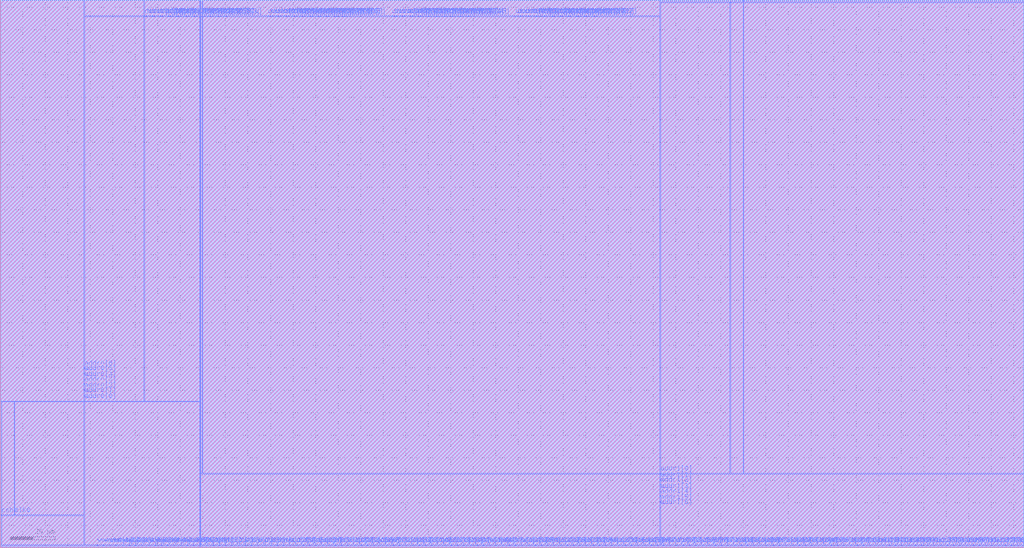
<source format=lef>
VERSION 5.4 ;
NAMESCASESENSITIVE ON ;
BUSBITCHARS "[]" ;
DIVIDERCHAR "/" ;
UNITS
  DATABASE MICRONS 2000 ;
END UNITS
MACRO sram_0rw1r1w_128_128_freepdk45
   CLASS BLOCK ;
   SIZE 454.565 BY 243.3275 ;
   SYMMETRY X Y R90 ;
   PIN din0[0]
      DIRECTION INPUT ;
      PORT
         LAYER metal3 ;
         RECT  88.7 1.0375 88.835 1.1725 ;
      END
   END din0[0]
   PIN din0[1]
      DIRECTION INPUT ;
      PORT
         LAYER metal3 ;
         RECT  91.56 1.0375 91.695 1.1725 ;
      END
   END din0[1]
   PIN din0[2]
      DIRECTION INPUT ;
      PORT
         LAYER metal3 ;
         RECT  94.42 1.0375 94.555 1.1725 ;
      END
   END din0[2]
   PIN din0[3]
      DIRECTION INPUT ;
      PORT
         LAYER metal3 ;
         RECT  97.28 1.0375 97.415 1.1725 ;
      END
   END din0[3]
   PIN din0[4]
      DIRECTION INPUT ;
      PORT
         LAYER metal3 ;
         RECT  100.14 1.0375 100.275 1.1725 ;
      END
   END din0[4]
   PIN din0[5]
      DIRECTION INPUT ;
      PORT
         LAYER metal3 ;
         RECT  103.0 1.0375 103.135 1.1725 ;
      END
   END din0[5]
   PIN din0[6]
      DIRECTION INPUT ;
      PORT
         LAYER metal3 ;
         RECT  105.86 1.0375 105.995 1.1725 ;
      END
   END din0[6]
   PIN din0[7]
      DIRECTION INPUT ;
      PORT
         LAYER metal3 ;
         RECT  108.72 1.0375 108.855 1.1725 ;
      END
   END din0[7]
   PIN din0[8]
      DIRECTION INPUT ;
      PORT
         LAYER metal3 ;
         RECT  111.58 1.0375 111.715 1.1725 ;
      END
   END din0[8]
   PIN din0[9]
      DIRECTION INPUT ;
      PORT
         LAYER metal3 ;
         RECT  114.44 1.0375 114.575 1.1725 ;
      END
   END din0[9]
   PIN din0[10]
      DIRECTION INPUT ;
      PORT
         LAYER metal3 ;
         RECT  117.3 1.0375 117.435 1.1725 ;
      END
   END din0[10]
   PIN din0[11]
      DIRECTION INPUT ;
      PORT
         LAYER metal3 ;
         RECT  120.16 1.0375 120.295 1.1725 ;
      END
   END din0[11]
   PIN din0[12]
      DIRECTION INPUT ;
      PORT
         LAYER metal3 ;
         RECT  123.02 1.0375 123.155 1.1725 ;
      END
   END din0[12]
   PIN din0[13]
      DIRECTION INPUT ;
      PORT
         LAYER metal3 ;
         RECT  125.88 1.0375 126.015 1.1725 ;
      END
   END din0[13]
   PIN din0[14]
      DIRECTION INPUT ;
      PORT
         LAYER metal3 ;
         RECT  128.74 1.0375 128.875 1.1725 ;
      END
   END din0[14]
   PIN din0[15]
      DIRECTION INPUT ;
      PORT
         LAYER metal3 ;
         RECT  131.6 1.0375 131.735 1.1725 ;
      END
   END din0[15]
   PIN din0[16]
      DIRECTION INPUT ;
      PORT
         LAYER metal3 ;
         RECT  134.46 1.0375 134.595 1.1725 ;
      END
   END din0[16]
   PIN din0[17]
      DIRECTION INPUT ;
      PORT
         LAYER metal3 ;
         RECT  137.32 1.0375 137.455 1.1725 ;
      END
   END din0[17]
   PIN din0[18]
      DIRECTION INPUT ;
      PORT
         LAYER metal3 ;
         RECT  140.18 1.0375 140.315 1.1725 ;
      END
   END din0[18]
   PIN din0[19]
      DIRECTION INPUT ;
      PORT
         LAYER metal3 ;
         RECT  143.04 1.0375 143.175 1.1725 ;
      END
   END din0[19]
   PIN din0[20]
      DIRECTION INPUT ;
      PORT
         LAYER metal3 ;
         RECT  145.9 1.0375 146.035 1.1725 ;
      END
   END din0[20]
   PIN din0[21]
      DIRECTION INPUT ;
      PORT
         LAYER metal3 ;
         RECT  148.76 1.0375 148.895 1.1725 ;
      END
   END din0[21]
   PIN din0[22]
      DIRECTION INPUT ;
      PORT
         LAYER metal3 ;
         RECT  151.62 1.0375 151.755 1.1725 ;
      END
   END din0[22]
   PIN din0[23]
      DIRECTION INPUT ;
      PORT
         LAYER metal3 ;
         RECT  154.48 1.0375 154.615 1.1725 ;
      END
   END din0[23]
   PIN din0[24]
      DIRECTION INPUT ;
      PORT
         LAYER metal3 ;
         RECT  157.34 1.0375 157.475 1.1725 ;
      END
   END din0[24]
   PIN din0[25]
      DIRECTION INPUT ;
      PORT
         LAYER metal3 ;
         RECT  160.2 1.0375 160.335 1.1725 ;
      END
   END din0[25]
   PIN din0[26]
      DIRECTION INPUT ;
      PORT
         LAYER metal3 ;
         RECT  163.06 1.0375 163.195 1.1725 ;
      END
   END din0[26]
   PIN din0[27]
      DIRECTION INPUT ;
      PORT
         LAYER metal3 ;
         RECT  165.92 1.0375 166.055 1.1725 ;
      END
   END din0[27]
   PIN din0[28]
      DIRECTION INPUT ;
      PORT
         LAYER metal3 ;
         RECT  168.78 1.0375 168.915 1.1725 ;
      END
   END din0[28]
   PIN din0[29]
      DIRECTION INPUT ;
      PORT
         LAYER metal3 ;
         RECT  171.64 1.0375 171.775 1.1725 ;
      END
   END din0[29]
   PIN din0[30]
      DIRECTION INPUT ;
      PORT
         LAYER metal3 ;
         RECT  174.5 1.0375 174.635 1.1725 ;
      END
   END din0[30]
   PIN din0[31]
      DIRECTION INPUT ;
      PORT
         LAYER metal3 ;
         RECT  177.36 1.0375 177.495 1.1725 ;
      END
   END din0[31]
   PIN din0[32]
      DIRECTION INPUT ;
      PORT
         LAYER metal3 ;
         RECT  180.22 1.0375 180.355 1.1725 ;
      END
   END din0[32]
   PIN din0[33]
      DIRECTION INPUT ;
      PORT
         LAYER metal3 ;
         RECT  183.08 1.0375 183.215 1.1725 ;
      END
   END din0[33]
   PIN din0[34]
      DIRECTION INPUT ;
      PORT
         LAYER metal3 ;
         RECT  185.94 1.0375 186.075 1.1725 ;
      END
   END din0[34]
   PIN din0[35]
      DIRECTION INPUT ;
      PORT
         LAYER metal3 ;
         RECT  188.8 1.0375 188.935 1.1725 ;
      END
   END din0[35]
   PIN din0[36]
      DIRECTION INPUT ;
      PORT
         LAYER metal3 ;
         RECT  191.66 1.0375 191.795 1.1725 ;
      END
   END din0[36]
   PIN din0[37]
      DIRECTION INPUT ;
      PORT
         LAYER metal3 ;
         RECT  194.52 1.0375 194.655 1.1725 ;
      END
   END din0[37]
   PIN din0[38]
      DIRECTION INPUT ;
      PORT
         LAYER metal3 ;
         RECT  197.38 1.0375 197.515 1.1725 ;
      END
   END din0[38]
   PIN din0[39]
      DIRECTION INPUT ;
      PORT
         LAYER metal3 ;
         RECT  200.24 1.0375 200.375 1.1725 ;
      END
   END din0[39]
   PIN din0[40]
      DIRECTION INPUT ;
      PORT
         LAYER metal3 ;
         RECT  203.1 1.0375 203.235 1.1725 ;
      END
   END din0[40]
   PIN din0[41]
      DIRECTION INPUT ;
      PORT
         LAYER metal3 ;
         RECT  205.96 1.0375 206.095 1.1725 ;
      END
   END din0[41]
   PIN din0[42]
      DIRECTION INPUT ;
      PORT
         LAYER metal3 ;
         RECT  208.82 1.0375 208.955 1.1725 ;
      END
   END din0[42]
   PIN din0[43]
      DIRECTION INPUT ;
      PORT
         LAYER metal3 ;
         RECT  211.68 1.0375 211.815 1.1725 ;
      END
   END din0[43]
   PIN din0[44]
      DIRECTION INPUT ;
      PORT
         LAYER metal3 ;
         RECT  214.54 1.0375 214.675 1.1725 ;
      END
   END din0[44]
   PIN din0[45]
      DIRECTION INPUT ;
      PORT
         LAYER metal3 ;
         RECT  217.4 1.0375 217.535 1.1725 ;
      END
   END din0[45]
   PIN din0[46]
      DIRECTION INPUT ;
      PORT
         LAYER metal3 ;
         RECT  220.26 1.0375 220.395 1.1725 ;
      END
   END din0[46]
   PIN din0[47]
      DIRECTION INPUT ;
      PORT
         LAYER metal3 ;
         RECT  223.12 1.0375 223.255 1.1725 ;
      END
   END din0[47]
   PIN din0[48]
      DIRECTION INPUT ;
      PORT
         LAYER metal3 ;
         RECT  225.98 1.0375 226.115 1.1725 ;
      END
   END din0[48]
   PIN din0[49]
      DIRECTION INPUT ;
      PORT
         LAYER metal3 ;
         RECT  228.84 1.0375 228.975 1.1725 ;
      END
   END din0[49]
   PIN din0[50]
      DIRECTION INPUT ;
      PORT
         LAYER metal3 ;
         RECT  231.7 1.0375 231.835 1.1725 ;
      END
   END din0[50]
   PIN din0[51]
      DIRECTION INPUT ;
      PORT
         LAYER metal3 ;
         RECT  234.56 1.0375 234.695 1.1725 ;
      END
   END din0[51]
   PIN din0[52]
      DIRECTION INPUT ;
      PORT
         LAYER metal3 ;
         RECT  237.42 1.0375 237.555 1.1725 ;
      END
   END din0[52]
   PIN din0[53]
      DIRECTION INPUT ;
      PORT
         LAYER metal3 ;
         RECT  240.28 1.0375 240.415 1.1725 ;
      END
   END din0[53]
   PIN din0[54]
      DIRECTION INPUT ;
      PORT
         LAYER metal3 ;
         RECT  243.14 1.0375 243.275 1.1725 ;
      END
   END din0[54]
   PIN din0[55]
      DIRECTION INPUT ;
      PORT
         LAYER metal3 ;
         RECT  246.0 1.0375 246.135 1.1725 ;
      END
   END din0[55]
   PIN din0[56]
      DIRECTION INPUT ;
      PORT
         LAYER metal3 ;
         RECT  248.86 1.0375 248.995 1.1725 ;
      END
   END din0[56]
   PIN din0[57]
      DIRECTION INPUT ;
      PORT
         LAYER metal3 ;
         RECT  251.72 1.0375 251.855 1.1725 ;
      END
   END din0[57]
   PIN din0[58]
      DIRECTION INPUT ;
      PORT
         LAYER metal3 ;
         RECT  254.58 1.0375 254.715 1.1725 ;
      END
   END din0[58]
   PIN din0[59]
      DIRECTION INPUT ;
      PORT
         LAYER metal3 ;
         RECT  257.44 1.0375 257.575 1.1725 ;
      END
   END din0[59]
   PIN din0[60]
      DIRECTION INPUT ;
      PORT
         LAYER metal3 ;
         RECT  260.3 1.0375 260.435 1.1725 ;
      END
   END din0[60]
   PIN din0[61]
      DIRECTION INPUT ;
      PORT
         LAYER metal3 ;
         RECT  263.16 1.0375 263.295 1.1725 ;
      END
   END din0[61]
   PIN din0[62]
      DIRECTION INPUT ;
      PORT
         LAYER metal3 ;
         RECT  266.02 1.0375 266.155 1.1725 ;
      END
   END din0[62]
   PIN din0[63]
      DIRECTION INPUT ;
      PORT
         LAYER metal3 ;
         RECT  268.88 1.0375 269.015 1.1725 ;
      END
   END din0[63]
   PIN din0[64]
      DIRECTION INPUT ;
      PORT
         LAYER metal3 ;
         RECT  271.74 1.0375 271.875 1.1725 ;
      END
   END din0[64]
   PIN din0[65]
      DIRECTION INPUT ;
      PORT
         LAYER metal3 ;
         RECT  274.6 1.0375 274.735 1.1725 ;
      END
   END din0[65]
   PIN din0[66]
      DIRECTION INPUT ;
      PORT
         LAYER metal3 ;
         RECT  277.46 1.0375 277.595 1.1725 ;
      END
   END din0[66]
   PIN din0[67]
      DIRECTION INPUT ;
      PORT
         LAYER metal3 ;
         RECT  280.32 1.0375 280.455 1.1725 ;
      END
   END din0[67]
   PIN din0[68]
      DIRECTION INPUT ;
      PORT
         LAYER metal3 ;
         RECT  283.18 1.0375 283.315 1.1725 ;
      END
   END din0[68]
   PIN din0[69]
      DIRECTION INPUT ;
      PORT
         LAYER metal3 ;
         RECT  286.04 1.0375 286.175 1.1725 ;
      END
   END din0[69]
   PIN din0[70]
      DIRECTION INPUT ;
      PORT
         LAYER metal3 ;
         RECT  288.9 1.0375 289.035 1.1725 ;
      END
   END din0[70]
   PIN din0[71]
      DIRECTION INPUT ;
      PORT
         LAYER metal3 ;
         RECT  291.76 1.0375 291.895 1.1725 ;
      END
   END din0[71]
   PIN din0[72]
      DIRECTION INPUT ;
      PORT
         LAYER metal3 ;
         RECT  294.62 1.0375 294.755 1.1725 ;
      END
   END din0[72]
   PIN din0[73]
      DIRECTION INPUT ;
      PORT
         LAYER metal3 ;
         RECT  297.48 1.0375 297.615 1.1725 ;
      END
   END din0[73]
   PIN din0[74]
      DIRECTION INPUT ;
      PORT
         LAYER metal3 ;
         RECT  300.34 1.0375 300.475 1.1725 ;
      END
   END din0[74]
   PIN din0[75]
      DIRECTION INPUT ;
      PORT
         LAYER metal3 ;
         RECT  303.2 1.0375 303.335 1.1725 ;
      END
   END din0[75]
   PIN din0[76]
      DIRECTION INPUT ;
      PORT
         LAYER metal3 ;
         RECT  306.06 1.0375 306.195 1.1725 ;
      END
   END din0[76]
   PIN din0[77]
      DIRECTION INPUT ;
      PORT
         LAYER metal3 ;
         RECT  308.92 1.0375 309.055 1.1725 ;
      END
   END din0[77]
   PIN din0[78]
      DIRECTION INPUT ;
      PORT
         LAYER metal3 ;
         RECT  311.78 1.0375 311.915 1.1725 ;
      END
   END din0[78]
   PIN din0[79]
      DIRECTION INPUT ;
      PORT
         LAYER metal3 ;
         RECT  314.64 1.0375 314.775 1.1725 ;
      END
   END din0[79]
   PIN din0[80]
      DIRECTION INPUT ;
      PORT
         LAYER metal3 ;
         RECT  317.5 1.0375 317.635 1.1725 ;
      END
   END din0[80]
   PIN din0[81]
      DIRECTION INPUT ;
      PORT
         LAYER metal3 ;
         RECT  320.36 1.0375 320.495 1.1725 ;
      END
   END din0[81]
   PIN din0[82]
      DIRECTION INPUT ;
      PORT
         LAYER metal3 ;
         RECT  323.22 1.0375 323.355 1.1725 ;
      END
   END din0[82]
   PIN din0[83]
      DIRECTION INPUT ;
      PORT
         LAYER metal3 ;
         RECT  326.08 1.0375 326.215 1.1725 ;
      END
   END din0[83]
   PIN din0[84]
      DIRECTION INPUT ;
      PORT
         LAYER metal3 ;
         RECT  328.94 1.0375 329.075 1.1725 ;
      END
   END din0[84]
   PIN din0[85]
      DIRECTION INPUT ;
      PORT
         LAYER metal3 ;
         RECT  331.8 1.0375 331.935 1.1725 ;
      END
   END din0[85]
   PIN din0[86]
      DIRECTION INPUT ;
      PORT
         LAYER metal3 ;
         RECT  334.66 1.0375 334.795 1.1725 ;
      END
   END din0[86]
   PIN din0[87]
      DIRECTION INPUT ;
      PORT
         LAYER metal3 ;
         RECT  337.52 1.0375 337.655 1.1725 ;
      END
   END din0[87]
   PIN din0[88]
      DIRECTION INPUT ;
      PORT
         LAYER metal3 ;
         RECT  340.38 1.0375 340.515 1.1725 ;
      END
   END din0[88]
   PIN din0[89]
      DIRECTION INPUT ;
      PORT
         LAYER metal3 ;
         RECT  343.24 1.0375 343.375 1.1725 ;
      END
   END din0[89]
   PIN din0[90]
      DIRECTION INPUT ;
      PORT
         LAYER metal3 ;
         RECT  346.1 1.0375 346.235 1.1725 ;
      END
   END din0[90]
   PIN din0[91]
      DIRECTION INPUT ;
      PORT
         LAYER metal3 ;
         RECT  348.96 1.0375 349.095 1.1725 ;
      END
   END din0[91]
   PIN din0[92]
      DIRECTION INPUT ;
      PORT
         LAYER metal3 ;
         RECT  351.82 1.0375 351.955 1.1725 ;
      END
   END din0[92]
   PIN din0[93]
      DIRECTION INPUT ;
      PORT
         LAYER metal3 ;
         RECT  354.68 1.0375 354.815 1.1725 ;
      END
   END din0[93]
   PIN din0[94]
      DIRECTION INPUT ;
      PORT
         LAYER metal3 ;
         RECT  357.54 1.0375 357.675 1.1725 ;
      END
   END din0[94]
   PIN din0[95]
      DIRECTION INPUT ;
      PORT
         LAYER metal3 ;
         RECT  360.4 1.0375 360.535 1.1725 ;
      END
   END din0[95]
   PIN din0[96]
      DIRECTION INPUT ;
      PORT
         LAYER metal3 ;
         RECT  363.26 1.0375 363.395 1.1725 ;
      END
   END din0[96]
   PIN din0[97]
      DIRECTION INPUT ;
      PORT
         LAYER metal3 ;
         RECT  366.12 1.0375 366.255 1.1725 ;
      END
   END din0[97]
   PIN din0[98]
      DIRECTION INPUT ;
      PORT
         LAYER metal3 ;
         RECT  368.98 1.0375 369.115 1.1725 ;
      END
   END din0[98]
   PIN din0[99]
      DIRECTION INPUT ;
      PORT
         LAYER metal3 ;
         RECT  371.84 1.0375 371.975 1.1725 ;
      END
   END din0[99]
   PIN din0[100]
      DIRECTION INPUT ;
      PORT
         LAYER metal3 ;
         RECT  374.7 1.0375 374.835 1.1725 ;
      END
   END din0[100]
   PIN din0[101]
      DIRECTION INPUT ;
      PORT
         LAYER metal3 ;
         RECT  377.56 1.0375 377.695 1.1725 ;
      END
   END din0[101]
   PIN din0[102]
      DIRECTION INPUT ;
      PORT
         LAYER metal3 ;
         RECT  380.42 1.0375 380.555 1.1725 ;
      END
   END din0[102]
   PIN din0[103]
      DIRECTION INPUT ;
      PORT
         LAYER metal3 ;
         RECT  383.28 1.0375 383.415 1.1725 ;
      END
   END din0[103]
   PIN din0[104]
      DIRECTION INPUT ;
      PORT
         LAYER metal3 ;
         RECT  386.14 1.0375 386.275 1.1725 ;
      END
   END din0[104]
   PIN din0[105]
      DIRECTION INPUT ;
      PORT
         LAYER metal3 ;
         RECT  389.0 1.0375 389.135 1.1725 ;
      END
   END din0[105]
   PIN din0[106]
      DIRECTION INPUT ;
      PORT
         LAYER metal3 ;
         RECT  391.86 1.0375 391.995 1.1725 ;
      END
   END din0[106]
   PIN din0[107]
      DIRECTION INPUT ;
      PORT
         LAYER metal3 ;
         RECT  394.72 1.0375 394.855 1.1725 ;
      END
   END din0[107]
   PIN din0[108]
      DIRECTION INPUT ;
      PORT
         LAYER metal3 ;
         RECT  397.58 1.0375 397.715 1.1725 ;
      END
   END din0[108]
   PIN din0[109]
      DIRECTION INPUT ;
      PORT
         LAYER metal3 ;
         RECT  400.44 1.0375 400.575 1.1725 ;
      END
   END din0[109]
   PIN din0[110]
      DIRECTION INPUT ;
      PORT
         LAYER metal3 ;
         RECT  403.3 1.0375 403.435 1.1725 ;
      END
   END din0[110]
   PIN din0[111]
      DIRECTION INPUT ;
      PORT
         LAYER metal3 ;
         RECT  406.16 1.0375 406.295 1.1725 ;
      END
   END din0[111]
   PIN din0[112]
      DIRECTION INPUT ;
      PORT
         LAYER metal3 ;
         RECT  409.02 1.0375 409.155 1.1725 ;
      END
   END din0[112]
   PIN din0[113]
      DIRECTION INPUT ;
      PORT
         LAYER metal3 ;
         RECT  411.88 1.0375 412.015 1.1725 ;
      END
   END din0[113]
   PIN din0[114]
      DIRECTION INPUT ;
      PORT
         LAYER metal3 ;
         RECT  414.74 1.0375 414.875 1.1725 ;
      END
   END din0[114]
   PIN din0[115]
      DIRECTION INPUT ;
      PORT
         LAYER metal3 ;
         RECT  417.6 1.0375 417.735 1.1725 ;
      END
   END din0[115]
   PIN din0[116]
      DIRECTION INPUT ;
      PORT
         LAYER metal3 ;
         RECT  420.46 1.0375 420.595 1.1725 ;
      END
   END din0[116]
   PIN din0[117]
      DIRECTION INPUT ;
      PORT
         LAYER metal3 ;
         RECT  423.32 1.0375 423.455 1.1725 ;
      END
   END din0[117]
   PIN din0[118]
      DIRECTION INPUT ;
      PORT
         LAYER metal3 ;
         RECT  426.18 1.0375 426.315 1.1725 ;
      END
   END din0[118]
   PIN din0[119]
      DIRECTION INPUT ;
      PORT
         LAYER metal3 ;
         RECT  429.04 1.0375 429.175 1.1725 ;
      END
   END din0[119]
   PIN din0[120]
      DIRECTION INPUT ;
      PORT
         LAYER metal3 ;
         RECT  431.9 1.0375 432.035 1.1725 ;
      END
   END din0[120]
   PIN din0[121]
      DIRECTION INPUT ;
      PORT
         LAYER metal3 ;
         RECT  434.76 1.0375 434.895 1.1725 ;
      END
   END din0[121]
   PIN din0[122]
      DIRECTION INPUT ;
      PORT
         LAYER metal3 ;
         RECT  437.62 1.0375 437.755 1.1725 ;
      END
   END din0[122]
   PIN din0[123]
      DIRECTION INPUT ;
      PORT
         LAYER metal3 ;
         RECT  440.48 1.0375 440.615 1.1725 ;
      END
   END din0[123]
   PIN din0[124]
      DIRECTION INPUT ;
      PORT
         LAYER metal3 ;
         RECT  443.34 1.0375 443.475 1.1725 ;
      END
   END din0[124]
   PIN din0[125]
      DIRECTION INPUT ;
      PORT
         LAYER metal3 ;
         RECT  446.2 1.0375 446.335 1.1725 ;
      END
   END din0[125]
   PIN din0[126]
      DIRECTION INPUT ;
      PORT
         LAYER metal3 ;
         RECT  449.06 1.0375 449.195 1.1725 ;
      END
   END din0[126]
   PIN din0[127]
      DIRECTION INPUT ;
      PORT
         LAYER metal3 ;
         RECT  451.92 1.0375 452.055 1.1725 ;
      END
   END din0[127]
   PIN addr0[0]
      DIRECTION INPUT ;
      PORT
         LAYER metal3 ;
         RECT  37.22 64.885 37.355 65.02 ;
      END
   END addr0[0]
   PIN addr0[1]
      DIRECTION INPUT ;
      PORT
         LAYER metal3 ;
         RECT  37.22 67.615 37.355 67.75 ;
      END
   END addr0[1]
   PIN addr0[2]
      DIRECTION INPUT ;
      PORT
         LAYER metal3 ;
         RECT  37.22 69.825 37.355 69.96 ;
      END
   END addr0[2]
   PIN addr0[3]
      DIRECTION INPUT ;
      PORT
         LAYER metal3 ;
         RECT  37.22 72.555 37.355 72.69 ;
      END
   END addr0[3]
   PIN addr0[4]
      DIRECTION INPUT ;
      PORT
         LAYER metal3 ;
         RECT  37.22 74.765 37.355 74.9 ;
      END
   END addr0[4]
   PIN addr0[5]
      DIRECTION INPUT ;
      PORT
         LAYER metal3 ;
         RECT  37.22 77.495 37.355 77.63 ;
      END
   END addr0[5]
   PIN addr0[6]
      DIRECTION INPUT ;
      PORT
         LAYER metal3 ;
         RECT  37.22 79.705 37.355 79.84 ;
      END
   END addr0[6]
   PIN addr1[0]
      DIRECTION INPUT ;
      PORT
         LAYER metal3 ;
         RECT  293.03 32.775 293.165 32.91 ;
      END
   END addr1[0]
   PIN addr1[1]
      DIRECTION INPUT ;
      PORT
         LAYER metal3 ;
         RECT  293.03 30.045 293.165 30.18 ;
      END
   END addr1[1]
   PIN addr1[2]
      DIRECTION INPUT ;
      PORT
         LAYER metal3 ;
         RECT  293.03 27.835 293.165 27.97 ;
      END
   END addr1[2]
   PIN addr1[3]
      DIRECTION INPUT ;
      PORT
         LAYER metal3 ;
         RECT  293.03 25.105 293.165 25.24 ;
      END
   END addr1[3]
   PIN addr1[4]
      DIRECTION INPUT ;
      PORT
         LAYER metal3 ;
         RECT  293.03 22.895 293.165 23.03 ;
      END
   END addr1[4]
   PIN addr1[5]
      DIRECTION INPUT ;
      PORT
         LAYER metal3 ;
         RECT  293.03 20.165 293.165 20.3 ;
      END
   END addr1[5]
   PIN addr1[6]
      DIRECTION INPUT ;
      PORT
         LAYER metal3 ;
         RECT  293.03 17.955 293.165 18.09 ;
      END
   END addr1[6]
   PIN csb0
      DIRECTION INPUT ;
      PORT
         LAYER metal3 ;
         RECT  0.285 14.315 0.42 14.45 ;
      END
   END csb0
   PIN csb1
      DIRECTION INPUT ;
      PORT
         LAYER metal3 ;
         RECT  329.965 242.155 330.1 242.29 ;
      END
   END csb1
   PIN clk0
      DIRECTION INPUT ;
      PORT
         LAYER metal3 ;
         RECT  6.2475 14.4 6.3825 14.535 ;
      END
   END clk0
   PIN clk1
      DIRECTION INPUT ;
      PORT
         LAYER metal3 ;
         RECT  324.0025 242.07 324.1375 242.205 ;
      END
   END clk1
   PIN wmask0[0]
      DIRECTION INPUT ;
      PORT
         LAYER metal3 ;
         RECT  42.94 1.0375 43.075 1.1725 ;
      END
   END wmask0[0]
   PIN wmask0[1]
      DIRECTION INPUT ;
      PORT
         LAYER metal3 ;
         RECT  45.8 1.0375 45.935 1.1725 ;
      END
   END wmask0[1]
   PIN wmask0[2]
      DIRECTION INPUT ;
      PORT
         LAYER metal3 ;
         RECT  48.66 1.0375 48.795 1.1725 ;
      END
   END wmask0[2]
   PIN wmask0[3]
      DIRECTION INPUT ;
      PORT
         LAYER metal3 ;
         RECT  51.52 1.0375 51.655 1.1725 ;
      END
   END wmask0[3]
   PIN wmask0[4]
      DIRECTION INPUT ;
      PORT
         LAYER metal3 ;
         RECT  54.38 1.0375 54.515 1.1725 ;
      END
   END wmask0[4]
   PIN wmask0[5]
      DIRECTION INPUT ;
      PORT
         LAYER metal3 ;
         RECT  57.24 1.0375 57.375 1.1725 ;
      END
   END wmask0[5]
   PIN wmask0[6]
      DIRECTION INPUT ;
      PORT
         LAYER metal3 ;
         RECT  60.1 1.0375 60.235 1.1725 ;
      END
   END wmask0[6]
   PIN wmask0[7]
      DIRECTION INPUT ;
      PORT
         LAYER metal3 ;
         RECT  62.96 1.0375 63.095 1.1725 ;
      END
   END wmask0[7]
   PIN wmask0[8]
      DIRECTION INPUT ;
      PORT
         LAYER metal3 ;
         RECT  65.82 1.0375 65.955 1.1725 ;
      END
   END wmask0[8]
   PIN wmask0[9]
      DIRECTION INPUT ;
      PORT
         LAYER metal3 ;
         RECT  68.68 1.0375 68.815 1.1725 ;
      END
   END wmask0[9]
   PIN wmask0[10]
      DIRECTION INPUT ;
      PORT
         LAYER metal3 ;
         RECT  71.54 1.0375 71.675 1.1725 ;
      END
   END wmask0[10]
   PIN wmask0[11]
      DIRECTION INPUT ;
      PORT
         LAYER metal3 ;
         RECT  74.4 1.0375 74.535 1.1725 ;
      END
   END wmask0[11]
   PIN wmask0[12]
      DIRECTION INPUT ;
      PORT
         LAYER metal3 ;
         RECT  77.26 1.0375 77.395 1.1725 ;
      END
   END wmask0[12]
   PIN wmask0[13]
      DIRECTION INPUT ;
      PORT
         LAYER metal3 ;
         RECT  80.12 1.0375 80.255 1.1725 ;
      END
   END wmask0[13]
   PIN wmask0[14]
      DIRECTION INPUT ;
      PORT
         LAYER metal3 ;
         RECT  82.98 1.0375 83.115 1.1725 ;
      END
   END wmask0[14]
   PIN wmask0[15]
      DIRECTION INPUT ;
      PORT
         LAYER metal3 ;
         RECT  85.84 1.0375 85.975 1.1725 ;
      END
   END wmask0[15]
   PIN dout1[0]
      DIRECTION OUTPUT ;
      PORT
         LAYER metal3 ;
         RECT  63.9 235.9525 64.035 236.0875 ;
      END
   END dout1[0]
   PIN dout1[1]
      DIRECTION OUTPUT ;
      PORT
         LAYER metal3 ;
         RECT  65.075 235.9525 65.21 236.0875 ;
      END
   END dout1[1]
   PIN dout1[2]
      DIRECTION OUTPUT ;
      PORT
         LAYER metal3 ;
         RECT  66.25 235.9525 66.385 236.0875 ;
      END
   END dout1[2]
   PIN dout1[3]
      DIRECTION OUTPUT ;
      PORT
         LAYER metal3 ;
         RECT  67.425 235.9525 67.56 236.0875 ;
      END
   END dout1[3]
   PIN dout1[4]
      DIRECTION OUTPUT ;
      PORT
         LAYER metal3 ;
         RECT  68.6 235.9525 68.735 236.0875 ;
      END
   END dout1[4]
   PIN dout1[5]
      DIRECTION OUTPUT ;
      PORT
         LAYER metal3 ;
         RECT  69.775 235.9525 69.91 236.0875 ;
      END
   END dout1[5]
   PIN dout1[6]
      DIRECTION OUTPUT ;
      PORT
         LAYER metal3 ;
         RECT  70.95 235.9525 71.085 236.0875 ;
      END
   END dout1[6]
   PIN dout1[7]
      DIRECTION OUTPUT ;
      PORT
         LAYER metal3 ;
         RECT  72.125 235.9525 72.26 236.0875 ;
      END
   END dout1[7]
   PIN dout1[8]
      DIRECTION OUTPUT ;
      PORT
         LAYER metal3 ;
         RECT  73.3 235.9525 73.435 236.0875 ;
      END
   END dout1[8]
   PIN dout1[9]
      DIRECTION OUTPUT ;
      PORT
         LAYER metal3 ;
         RECT  74.475 235.9525 74.61 236.0875 ;
      END
   END dout1[9]
   PIN dout1[10]
      DIRECTION OUTPUT ;
      PORT
         LAYER metal3 ;
         RECT  75.65 235.9525 75.785 236.0875 ;
      END
   END dout1[10]
   PIN dout1[11]
      DIRECTION OUTPUT ;
      PORT
         LAYER metal3 ;
         RECT  76.825 235.9525 76.96 236.0875 ;
      END
   END dout1[11]
   PIN dout1[12]
      DIRECTION OUTPUT ;
      PORT
         LAYER metal3 ;
         RECT  78.0 235.9525 78.135 236.0875 ;
      END
   END dout1[12]
   PIN dout1[13]
      DIRECTION OUTPUT ;
      PORT
         LAYER metal3 ;
         RECT  79.175 235.9525 79.31 236.0875 ;
      END
   END dout1[13]
   PIN dout1[14]
      DIRECTION OUTPUT ;
      PORT
         LAYER metal3 ;
         RECT  80.35 235.9525 80.485 236.0875 ;
      END
   END dout1[14]
   PIN dout1[15]
      DIRECTION OUTPUT ;
      PORT
         LAYER metal3 ;
         RECT  81.525 235.9525 81.66 236.0875 ;
      END
   END dout1[15]
   PIN dout1[16]
      DIRECTION OUTPUT ;
      PORT
         LAYER metal3 ;
         RECT  82.7 235.9525 82.835 236.0875 ;
      END
   END dout1[16]
   PIN dout1[17]
      DIRECTION OUTPUT ;
      PORT
         LAYER metal3 ;
         RECT  83.875 235.9525 84.01 236.0875 ;
      END
   END dout1[17]
   PIN dout1[18]
      DIRECTION OUTPUT ;
      PORT
         LAYER metal3 ;
         RECT  85.05 235.9525 85.185 236.0875 ;
      END
   END dout1[18]
   PIN dout1[19]
      DIRECTION OUTPUT ;
      PORT
         LAYER metal3 ;
         RECT  86.225 235.9525 86.36 236.0875 ;
      END
   END dout1[19]
   PIN dout1[20]
      DIRECTION OUTPUT ;
      PORT
         LAYER metal3 ;
         RECT  87.4 235.9525 87.535 236.0875 ;
      END
   END dout1[20]
   PIN dout1[21]
      DIRECTION OUTPUT ;
      PORT
         LAYER metal3 ;
         RECT  88.575 235.9525 88.71 236.0875 ;
      END
   END dout1[21]
   PIN dout1[22]
      DIRECTION OUTPUT ;
      PORT
         LAYER metal3 ;
         RECT  89.75 235.9525 89.885 236.0875 ;
      END
   END dout1[22]
   PIN dout1[23]
      DIRECTION OUTPUT ;
      PORT
         LAYER metal3 ;
         RECT  90.925 235.9525 91.06 236.0875 ;
      END
   END dout1[23]
   PIN dout1[24]
      DIRECTION OUTPUT ;
      PORT
         LAYER metal3 ;
         RECT  92.1 235.9525 92.235 236.0875 ;
      END
   END dout1[24]
   PIN dout1[25]
      DIRECTION OUTPUT ;
      PORT
         LAYER metal3 ;
         RECT  93.275 235.9525 93.41 236.0875 ;
      END
   END dout1[25]
   PIN dout1[26]
      DIRECTION OUTPUT ;
      PORT
         LAYER metal3 ;
         RECT  94.45 235.9525 94.585 236.0875 ;
      END
   END dout1[26]
   PIN dout1[27]
      DIRECTION OUTPUT ;
      PORT
         LAYER metal3 ;
         RECT  95.625 235.9525 95.76 236.0875 ;
      END
   END dout1[27]
   PIN dout1[28]
      DIRECTION OUTPUT ;
      PORT
         LAYER metal3 ;
         RECT  96.8 235.9525 96.935 236.0875 ;
      END
   END dout1[28]
   PIN dout1[29]
      DIRECTION OUTPUT ;
      PORT
         LAYER metal3 ;
         RECT  97.975 235.9525 98.11 236.0875 ;
      END
   END dout1[29]
   PIN dout1[30]
      DIRECTION OUTPUT ;
      PORT
         LAYER metal3 ;
         RECT  99.15 235.9525 99.285 236.0875 ;
      END
   END dout1[30]
   PIN dout1[31]
      DIRECTION OUTPUT ;
      PORT
         LAYER metal3 ;
         RECT  100.325 235.9525 100.46 236.0875 ;
      END
   END dout1[31]
   PIN dout1[32]
      DIRECTION OUTPUT ;
      PORT
         LAYER metal3 ;
         RECT  118.805 235.9525 118.94 236.0875 ;
      END
   END dout1[32]
   PIN dout1[33]
      DIRECTION OUTPUT ;
      PORT
         LAYER metal3 ;
         RECT  119.98 235.9525 120.115 236.0875 ;
      END
   END dout1[33]
   PIN dout1[34]
      DIRECTION OUTPUT ;
      PORT
         LAYER metal3 ;
         RECT  121.155 235.9525 121.29 236.0875 ;
      END
   END dout1[34]
   PIN dout1[35]
      DIRECTION OUTPUT ;
      PORT
         LAYER metal3 ;
         RECT  122.33 235.9525 122.465 236.0875 ;
      END
   END dout1[35]
   PIN dout1[36]
      DIRECTION OUTPUT ;
      PORT
         LAYER metal3 ;
         RECT  123.505 235.9525 123.64 236.0875 ;
      END
   END dout1[36]
   PIN dout1[37]
      DIRECTION OUTPUT ;
      PORT
         LAYER metal3 ;
         RECT  124.68 235.9525 124.815 236.0875 ;
      END
   END dout1[37]
   PIN dout1[38]
      DIRECTION OUTPUT ;
      PORT
         LAYER metal3 ;
         RECT  125.855 235.9525 125.99 236.0875 ;
      END
   END dout1[38]
   PIN dout1[39]
      DIRECTION OUTPUT ;
      PORT
         LAYER metal3 ;
         RECT  127.03 235.9525 127.165 236.0875 ;
      END
   END dout1[39]
   PIN dout1[40]
      DIRECTION OUTPUT ;
      PORT
         LAYER metal3 ;
         RECT  128.205 235.9525 128.34 236.0875 ;
      END
   END dout1[40]
   PIN dout1[41]
      DIRECTION OUTPUT ;
      PORT
         LAYER metal3 ;
         RECT  129.38 235.9525 129.515 236.0875 ;
      END
   END dout1[41]
   PIN dout1[42]
      DIRECTION OUTPUT ;
      PORT
         LAYER metal3 ;
         RECT  130.555 235.9525 130.69 236.0875 ;
      END
   END dout1[42]
   PIN dout1[43]
      DIRECTION OUTPUT ;
      PORT
         LAYER metal3 ;
         RECT  131.73 235.9525 131.865 236.0875 ;
      END
   END dout1[43]
   PIN dout1[44]
      DIRECTION OUTPUT ;
      PORT
         LAYER metal3 ;
         RECT  132.905 235.9525 133.04 236.0875 ;
      END
   END dout1[44]
   PIN dout1[45]
      DIRECTION OUTPUT ;
      PORT
         LAYER metal3 ;
         RECT  134.08 235.9525 134.215 236.0875 ;
      END
   END dout1[45]
   PIN dout1[46]
      DIRECTION OUTPUT ;
      PORT
         LAYER metal3 ;
         RECT  135.255 235.9525 135.39 236.0875 ;
      END
   END dout1[46]
   PIN dout1[47]
      DIRECTION OUTPUT ;
      PORT
         LAYER metal3 ;
         RECT  136.43 235.9525 136.565 236.0875 ;
      END
   END dout1[47]
   PIN dout1[48]
      DIRECTION OUTPUT ;
      PORT
         LAYER metal3 ;
         RECT  137.605 235.9525 137.74 236.0875 ;
      END
   END dout1[48]
   PIN dout1[49]
      DIRECTION OUTPUT ;
      PORT
         LAYER metal3 ;
         RECT  138.78 235.9525 138.915 236.0875 ;
      END
   END dout1[49]
   PIN dout1[50]
      DIRECTION OUTPUT ;
      PORT
         LAYER metal3 ;
         RECT  139.955 235.9525 140.09 236.0875 ;
      END
   END dout1[50]
   PIN dout1[51]
      DIRECTION OUTPUT ;
      PORT
         LAYER metal3 ;
         RECT  141.13 235.9525 141.265 236.0875 ;
      END
   END dout1[51]
   PIN dout1[52]
      DIRECTION OUTPUT ;
      PORT
         LAYER metal3 ;
         RECT  142.305 235.9525 142.44 236.0875 ;
      END
   END dout1[52]
   PIN dout1[53]
      DIRECTION OUTPUT ;
      PORT
         LAYER metal3 ;
         RECT  143.48 235.9525 143.615 236.0875 ;
      END
   END dout1[53]
   PIN dout1[54]
      DIRECTION OUTPUT ;
      PORT
         LAYER metal3 ;
         RECT  144.655 235.9525 144.79 236.0875 ;
      END
   END dout1[54]
   PIN dout1[55]
      DIRECTION OUTPUT ;
      PORT
         LAYER metal3 ;
         RECT  145.83 235.9525 145.965 236.0875 ;
      END
   END dout1[55]
   PIN dout1[56]
      DIRECTION OUTPUT ;
      PORT
         LAYER metal3 ;
         RECT  147.005 235.9525 147.14 236.0875 ;
      END
   END dout1[56]
   PIN dout1[57]
      DIRECTION OUTPUT ;
      PORT
         LAYER metal3 ;
         RECT  148.18 235.9525 148.315 236.0875 ;
      END
   END dout1[57]
   PIN dout1[58]
      DIRECTION OUTPUT ;
      PORT
         LAYER metal3 ;
         RECT  149.355 235.9525 149.49 236.0875 ;
      END
   END dout1[58]
   PIN dout1[59]
      DIRECTION OUTPUT ;
      PORT
         LAYER metal3 ;
         RECT  150.53 235.9525 150.665 236.0875 ;
      END
   END dout1[59]
   PIN dout1[60]
      DIRECTION OUTPUT ;
      PORT
         LAYER metal3 ;
         RECT  151.705 235.9525 151.84 236.0875 ;
      END
   END dout1[60]
   PIN dout1[61]
      DIRECTION OUTPUT ;
      PORT
         LAYER metal3 ;
         RECT  152.88 235.9525 153.015 236.0875 ;
      END
   END dout1[61]
   PIN dout1[62]
      DIRECTION OUTPUT ;
      PORT
         LAYER metal3 ;
         RECT  154.055 235.9525 154.19 236.0875 ;
      END
   END dout1[62]
   PIN dout1[63]
      DIRECTION OUTPUT ;
      PORT
         LAYER metal3 ;
         RECT  155.23 235.9525 155.365 236.0875 ;
      END
   END dout1[63]
   PIN dout1[64]
      DIRECTION OUTPUT ;
      PORT
         LAYER metal3 ;
         RECT  173.71 235.9525 173.845 236.0875 ;
      END
   END dout1[64]
   PIN dout1[65]
      DIRECTION OUTPUT ;
      PORT
         LAYER metal3 ;
         RECT  174.885 235.9525 175.02 236.0875 ;
      END
   END dout1[65]
   PIN dout1[66]
      DIRECTION OUTPUT ;
      PORT
         LAYER metal3 ;
         RECT  176.06 235.9525 176.195 236.0875 ;
      END
   END dout1[66]
   PIN dout1[67]
      DIRECTION OUTPUT ;
      PORT
         LAYER metal3 ;
         RECT  177.235 235.9525 177.37 236.0875 ;
      END
   END dout1[67]
   PIN dout1[68]
      DIRECTION OUTPUT ;
      PORT
         LAYER metal3 ;
         RECT  178.41 235.9525 178.545 236.0875 ;
      END
   END dout1[68]
   PIN dout1[69]
      DIRECTION OUTPUT ;
      PORT
         LAYER metal3 ;
         RECT  179.585 235.9525 179.72 236.0875 ;
      END
   END dout1[69]
   PIN dout1[70]
      DIRECTION OUTPUT ;
      PORT
         LAYER metal3 ;
         RECT  180.76 235.9525 180.895 236.0875 ;
      END
   END dout1[70]
   PIN dout1[71]
      DIRECTION OUTPUT ;
      PORT
         LAYER metal3 ;
         RECT  181.935 235.9525 182.07 236.0875 ;
      END
   END dout1[71]
   PIN dout1[72]
      DIRECTION OUTPUT ;
      PORT
         LAYER metal3 ;
         RECT  183.11 235.9525 183.245 236.0875 ;
      END
   END dout1[72]
   PIN dout1[73]
      DIRECTION OUTPUT ;
      PORT
         LAYER metal3 ;
         RECT  184.285 235.9525 184.42 236.0875 ;
      END
   END dout1[73]
   PIN dout1[74]
      DIRECTION OUTPUT ;
      PORT
         LAYER metal3 ;
         RECT  185.46 235.9525 185.595 236.0875 ;
      END
   END dout1[74]
   PIN dout1[75]
      DIRECTION OUTPUT ;
      PORT
         LAYER metal3 ;
         RECT  186.635 235.9525 186.77 236.0875 ;
      END
   END dout1[75]
   PIN dout1[76]
      DIRECTION OUTPUT ;
      PORT
         LAYER metal3 ;
         RECT  187.81 235.9525 187.945 236.0875 ;
      END
   END dout1[76]
   PIN dout1[77]
      DIRECTION OUTPUT ;
      PORT
         LAYER metal3 ;
         RECT  188.985 235.9525 189.12 236.0875 ;
      END
   END dout1[77]
   PIN dout1[78]
      DIRECTION OUTPUT ;
      PORT
         LAYER metal3 ;
         RECT  190.16 235.9525 190.295 236.0875 ;
      END
   END dout1[78]
   PIN dout1[79]
      DIRECTION OUTPUT ;
      PORT
         LAYER metal3 ;
         RECT  191.335 235.9525 191.47 236.0875 ;
      END
   END dout1[79]
   PIN dout1[80]
      DIRECTION OUTPUT ;
      PORT
         LAYER metal3 ;
         RECT  192.51 235.9525 192.645 236.0875 ;
      END
   END dout1[80]
   PIN dout1[81]
      DIRECTION OUTPUT ;
      PORT
         LAYER metal3 ;
         RECT  193.685 235.9525 193.82 236.0875 ;
      END
   END dout1[81]
   PIN dout1[82]
      DIRECTION OUTPUT ;
      PORT
         LAYER metal3 ;
         RECT  194.86 235.9525 194.995 236.0875 ;
      END
   END dout1[82]
   PIN dout1[83]
      DIRECTION OUTPUT ;
      PORT
         LAYER metal3 ;
         RECT  196.035 235.9525 196.17 236.0875 ;
      END
   END dout1[83]
   PIN dout1[84]
      DIRECTION OUTPUT ;
      PORT
         LAYER metal3 ;
         RECT  197.21 235.9525 197.345 236.0875 ;
      END
   END dout1[84]
   PIN dout1[85]
      DIRECTION OUTPUT ;
      PORT
         LAYER metal3 ;
         RECT  198.385 235.9525 198.52 236.0875 ;
      END
   END dout1[85]
   PIN dout1[86]
      DIRECTION OUTPUT ;
      PORT
         LAYER metal3 ;
         RECT  199.56 235.9525 199.695 236.0875 ;
      END
   END dout1[86]
   PIN dout1[87]
      DIRECTION OUTPUT ;
      PORT
         LAYER metal3 ;
         RECT  200.735 235.9525 200.87 236.0875 ;
      END
   END dout1[87]
   PIN dout1[88]
      DIRECTION OUTPUT ;
      PORT
         LAYER metal3 ;
         RECT  201.91 235.9525 202.045 236.0875 ;
      END
   END dout1[88]
   PIN dout1[89]
      DIRECTION OUTPUT ;
      PORT
         LAYER metal3 ;
         RECT  203.085 235.9525 203.22 236.0875 ;
      END
   END dout1[89]
   PIN dout1[90]
      DIRECTION OUTPUT ;
      PORT
         LAYER metal3 ;
         RECT  204.26 235.9525 204.395 236.0875 ;
      END
   END dout1[90]
   PIN dout1[91]
      DIRECTION OUTPUT ;
      PORT
         LAYER metal3 ;
         RECT  205.435 235.9525 205.57 236.0875 ;
      END
   END dout1[91]
   PIN dout1[92]
      DIRECTION OUTPUT ;
      PORT
         LAYER metal3 ;
         RECT  206.61 235.9525 206.745 236.0875 ;
      END
   END dout1[92]
   PIN dout1[93]
      DIRECTION OUTPUT ;
      PORT
         LAYER metal3 ;
         RECT  207.785 235.9525 207.92 236.0875 ;
      END
   END dout1[93]
   PIN dout1[94]
      DIRECTION OUTPUT ;
      PORT
         LAYER metal3 ;
         RECT  208.96 235.9525 209.095 236.0875 ;
      END
   END dout1[94]
   PIN dout1[95]
      DIRECTION OUTPUT ;
      PORT
         LAYER metal3 ;
         RECT  210.135 235.9525 210.27 236.0875 ;
      END
   END dout1[95]
   PIN dout1[96]
      DIRECTION OUTPUT ;
      PORT
         LAYER metal3 ;
         RECT  228.615 235.9525 228.75 236.0875 ;
      END
   END dout1[96]
   PIN dout1[97]
      DIRECTION OUTPUT ;
      PORT
         LAYER metal3 ;
         RECT  229.79 235.9525 229.925 236.0875 ;
      END
   END dout1[97]
   PIN dout1[98]
      DIRECTION OUTPUT ;
      PORT
         LAYER metal3 ;
         RECT  230.965 235.9525 231.1 236.0875 ;
      END
   END dout1[98]
   PIN dout1[99]
      DIRECTION OUTPUT ;
      PORT
         LAYER metal3 ;
         RECT  232.14 235.9525 232.275 236.0875 ;
      END
   END dout1[99]
   PIN dout1[100]
      DIRECTION OUTPUT ;
      PORT
         LAYER metal3 ;
         RECT  233.315 235.9525 233.45 236.0875 ;
      END
   END dout1[100]
   PIN dout1[101]
      DIRECTION OUTPUT ;
      PORT
         LAYER metal3 ;
         RECT  234.49 235.9525 234.625 236.0875 ;
      END
   END dout1[101]
   PIN dout1[102]
      DIRECTION OUTPUT ;
      PORT
         LAYER metal3 ;
         RECT  235.665 235.9525 235.8 236.0875 ;
      END
   END dout1[102]
   PIN dout1[103]
      DIRECTION OUTPUT ;
      PORT
         LAYER metal3 ;
         RECT  236.84 235.9525 236.975 236.0875 ;
      END
   END dout1[103]
   PIN dout1[104]
      DIRECTION OUTPUT ;
      PORT
         LAYER metal3 ;
         RECT  238.015 235.9525 238.15 236.0875 ;
      END
   END dout1[104]
   PIN dout1[105]
      DIRECTION OUTPUT ;
      PORT
         LAYER metal3 ;
         RECT  239.19 235.9525 239.325 236.0875 ;
      END
   END dout1[105]
   PIN dout1[106]
      DIRECTION OUTPUT ;
      PORT
         LAYER metal3 ;
         RECT  240.365 235.9525 240.5 236.0875 ;
      END
   END dout1[106]
   PIN dout1[107]
      DIRECTION OUTPUT ;
      PORT
         LAYER metal3 ;
         RECT  241.54 235.9525 241.675 236.0875 ;
      END
   END dout1[107]
   PIN dout1[108]
      DIRECTION OUTPUT ;
      PORT
         LAYER metal3 ;
         RECT  242.715 235.9525 242.85 236.0875 ;
      END
   END dout1[108]
   PIN dout1[109]
      DIRECTION OUTPUT ;
      PORT
         LAYER metal3 ;
         RECT  243.89 235.9525 244.025 236.0875 ;
      END
   END dout1[109]
   PIN dout1[110]
      DIRECTION OUTPUT ;
      PORT
         LAYER metal3 ;
         RECT  245.065 235.9525 245.2 236.0875 ;
      END
   END dout1[110]
   PIN dout1[111]
      DIRECTION OUTPUT ;
      PORT
         LAYER metal3 ;
         RECT  246.24 235.9525 246.375 236.0875 ;
      END
   END dout1[111]
   PIN dout1[112]
      DIRECTION OUTPUT ;
      PORT
         LAYER metal3 ;
         RECT  247.415 235.9525 247.55 236.0875 ;
      END
   END dout1[112]
   PIN dout1[113]
      DIRECTION OUTPUT ;
      PORT
         LAYER metal3 ;
         RECT  248.59 235.9525 248.725 236.0875 ;
      END
   END dout1[113]
   PIN dout1[114]
      DIRECTION OUTPUT ;
      PORT
         LAYER metal3 ;
         RECT  249.765 235.9525 249.9 236.0875 ;
      END
   END dout1[114]
   PIN dout1[115]
      DIRECTION OUTPUT ;
      PORT
         LAYER metal3 ;
         RECT  250.94 235.9525 251.075 236.0875 ;
      END
   END dout1[115]
   PIN dout1[116]
      DIRECTION OUTPUT ;
      PORT
         LAYER metal3 ;
         RECT  252.115 235.9525 252.25 236.0875 ;
      END
   END dout1[116]
   PIN dout1[117]
      DIRECTION OUTPUT ;
      PORT
         LAYER metal3 ;
         RECT  253.29 235.9525 253.425 236.0875 ;
      END
   END dout1[117]
   PIN dout1[118]
      DIRECTION OUTPUT ;
      PORT
         LAYER metal3 ;
         RECT  254.465 235.9525 254.6 236.0875 ;
      END
   END dout1[118]
   PIN dout1[119]
      DIRECTION OUTPUT ;
      PORT
         LAYER metal3 ;
         RECT  255.64 235.9525 255.775 236.0875 ;
      END
   END dout1[119]
   PIN dout1[120]
      DIRECTION OUTPUT ;
      PORT
         LAYER metal3 ;
         RECT  256.815 235.9525 256.95 236.0875 ;
      END
   END dout1[120]
   PIN dout1[121]
      DIRECTION OUTPUT ;
      PORT
         LAYER metal3 ;
         RECT  257.99 235.9525 258.125 236.0875 ;
      END
   END dout1[121]
   PIN dout1[122]
      DIRECTION OUTPUT ;
      PORT
         LAYER metal3 ;
         RECT  259.165 235.9525 259.3 236.0875 ;
      END
   END dout1[122]
   PIN dout1[123]
      DIRECTION OUTPUT ;
      PORT
         LAYER metal3 ;
         RECT  260.34 235.9525 260.475 236.0875 ;
      END
   END dout1[123]
   PIN dout1[124]
      DIRECTION OUTPUT ;
      PORT
         LAYER metal3 ;
         RECT  261.515 235.9525 261.65 236.0875 ;
      END
   END dout1[124]
   PIN dout1[125]
      DIRECTION OUTPUT ;
      PORT
         LAYER metal3 ;
         RECT  262.69 235.9525 262.825 236.0875 ;
      END
   END dout1[125]
   PIN dout1[126]
      DIRECTION OUTPUT ;
      PORT
         LAYER metal3 ;
         RECT  263.865 235.9525 264.0 236.0875 ;
      END
   END dout1[126]
   PIN dout1[127]
      DIRECTION OUTPUT ;
      PORT
         LAYER metal3 ;
         RECT  265.04 235.9525 265.175 236.0875 ;
      END
   END dout1[127]
   PIN vdd
      DIRECTION INOUT ;
      USE POWER ; 
      SHAPE ABUTMENT ; 
      PORT
      END
   END vdd
   PIN gnd
      DIRECTION INOUT ;
      USE GROUND ; 
      SHAPE ABUTMENT ; 
      PORT
      END
   END gnd
   OBS
   LAYER  metal1 ;
      RECT  0.14 0.14 454.425 243.1875 ;
   LAYER  metal2 ;
      RECT  0.14 0.14 454.425 243.1875 ;
   LAYER  metal3 ;
      RECT  0.14 0.14 88.56 0.8975 ;
      RECT  88.56 0.14 88.975 0.8975 ;
      RECT  88.975 0.14 454.425 0.8975 ;
      RECT  88.975 0.8975 91.42 1.3125 ;
      RECT  91.835 0.8975 94.28 1.3125 ;
      RECT  94.695 0.8975 97.14 1.3125 ;
      RECT  97.555 0.8975 100.0 1.3125 ;
      RECT  100.415 0.8975 102.86 1.3125 ;
      RECT  103.275 0.8975 105.72 1.3125 ;
      RECT  106.135 0.8975 108.58 1.3125 ;
      RECT  108.995 0.8975 111.44 1.3125 ;
      RECT  111.855 0.8975 114.3 1.3125 ;
      RECT  114.715 0.8975 117.16 1.3125 ;
      RECT  117.575 0.8975 120.02 1.3125 ;
      RECT  120.435 0.8975 122.88 1.3125 ;
      RECT  123.295 0.8975 125.74 1.3125 ;
      RECT  126.155 0.8975 128.6 1.3125 ;
      RECT  129.015 0.8975 131.46 1.3125 ;
      RECT  131.875 0.8975 134.32 1.3125 ;
      RECT  134.735 0.8975 137.18 1.3125 ;
      RECT  137.595 0.8975 140.04 1.3125 ;
      RECT  140.455 0.8975 142.9 1.3125 ;
      RECT  143.315 0.8975 145.76 1.3125 ;
      RECT  146.175 0.8975 148.62 1.3125 ;
      RECT  149.035 0.8975 151.48 1.3125 ;
      RECT  151.895 0.8975 154.34 1.3125 ;
      RECT  154.755 0.8975 157.2 1.3125 ;
      RECT  157.615 0.8975 160.06 1.3125 ;
      RECT  160.475 0.8975 162.92 1.3125 ;
      RECT  163.335 0.8975 165.78 1.3125 ;
      RECT  166.195 0.8975 168.64 1.3125 ;
      RECT  169.055 0.8975 171.5 1.3125 ;
      RECT  171.915 0.8975 174.36 1.3125 ;
      RECT  174.775 0.8975 177.22 1.3125 ;
      RECT  177.635 0.8975 180.08 1.3125 ;
      RECT  180.495 0.8975 182.94 1.3125 ;
      RECT  183.355 0.8975 185.8 1.3125 ;
      RECT  186.215 0.8975 188.66 1.3125 ;
      RECT  189.075 0.8975 191.52 1.3125 ;
      RECT  191.935 0.8975 194.38 1.3125 ;
      RECT  194.795 0.8975 197.24 1.3125 ;
      RECT  197.655 0.8975 200.1 1.3125 ;
      RECT  200.515 0.8975 202.96 1.3125 ;
      RECT  203.375 0.8975 205.82 1.3125 ;
      RECT  206.235 0.8975 208.68 1.3125 ;
      RECT  209.095 0.8975 211.54 1.3125 ;
      RECT  211.955 0.8975 214.4 1.3125 ;
      RECT  214.815 0.8975 217.26 1.3125 ;
      RECT  217.675 0.8975 220.12 1.3125 ;
      RECT  220.535 0.8975 222.98 1.3125 ;
      RECT  223.395 0.8975 225.84 1.3125 ;
      RECT  226.255 0.8975 228.7 1.3125 ;
      RECT  229.115 0.8975 231.56 1.3125 ;
      RECT  231.975 0.8975 234.42 1.3125 ;
      RECT  234.835 0.8975 237.28 1.3125 ;
      RECT  237.695 0.8975 240.14 1.3125 ;
      RECT  240.555 0.8975 243.0 1.3125 ;
      RECT  243.415 0.8975 245.86 1.3125 ;
      RECT  246.275 0.8975 248.72 1.3125 ;
      RECT  249.135 0.8975 251.58 1.3125 ;
      RECT  251.995 0.8975 254.44 1.3125 ;
      RECT  254.855 0.8975 257.3 1.3125 ;
      RECT  257.715 0.8975 260.16 1.3125 ;
      RECT  260.575 0.8975 263.02 1.3125 ;
      RECT  263.435 0.8975 265.88 1.3125 ;
      RECT  266.295 0.8975 268.74 1.3125 ;
      RECT  269.155 0.8975 271.6 1.3125 ;
      RECT  272.015 0.8975 274.46 1.3125 ;
      RECT  274.875 0.8975 277.32 1.3125 ;
      RECT  277.735 0.8975 280.18 1.3125 ;
      RECT  280.595 0.8975 283.04 1.3125 ;
      RECT  283.455 0.8975 285.9 1.3125 ;
      RECT  286.315 0.8975 288.76 1.3125 ;
      RECT  289.175 0.8975 291.62 1.3125 ;
      RECT  292.035 0.8975 294.48 1.3125 ;
      RECT  294.895 0.8975 297.34 1.3125 ;
      RECT  297.755 0.8975 300.2 1.3125 ;
      RECT  300.615 0.8975 303.06 1.3125 ;
      RECT  303.475 0.8975 305.92 1.3125 ;
      RECT  306.335 0.8975 308.78 1.3125 ;
      RECT  309.195 0.8975 311.64 1.3125 ;
      RECT  312.055 0.8975 314.5 1.3125 ;
      RECT  314.915 0.8975 317.36 1.3125 ;
      RECT  317.775 0.8975 320.22 1.3125 ;
      RECT  320.635 0.8975 323.08 1.3125 ;
      RECT  323.495 0.8975 325.94 1.3125 ;
      RECT  326.355 0.8975 328.8 1.3125 ;
      RECT  329.215 0.8975 331.66 1.3125 ;
      RECT  332.075 0.8975 334.52 1.3125 ;
      RECT  334.935 0.8975 337.38 1.3125 ;
      RECT  337.795 0.8975 340.24 1.3125 ;
      RECT  340.655 0.8975 343.1 1.3125 ;
      RECT  343.515 0.8975 345.96 1.3125 ;
      RECT  346.375 0.8975 348.82 1.3125 ;
      RECT  349.235 0.8975 351.68 1.3125 ;
      RECT  352.095 0.8975 354.54 1.3125 ;
      RECT  354.955 0.8975 357.4 1.3125 ;
      RECT  357.815 0.8975 360.26 1.3125 ;
      RECT  360.675 0.8975 363.12 1.3125 ;
      RECT  363.535 0.8975 365.98 1.3125 ;
      RECT  366.395 0.8975 368.84 1.3125 ;
      RECT  369.255 0.8975 371.7 1.3125 ;
      RECT  372.115 0.8975 374.56 1.3125 ;
      RECT  374.975 0.8975 377.42 1.3125 ;
      RECT  377.835 0.8975 380.28 1.3125 ;
      RECT  380.695 0.8975 383.14 1.3125 ;
      RECT  383.555 0.8975 386.0 1.3125 ;
      RECT  386.415 0.8975 388.86 1.3125 ;
      RECT  389.275 0.8975 391.72 1.3125 ;
      RECT  392.135 0.8975 394.58 1.3125 ;
      RECT  394.995 0.8975 397.44 1.3125 ;
      RECT  397.855 0.8975 400.3 1.3125 ;
      RECT  400.715 0.8975 403.16 1.3125 ;
      RECT  403.575 0.8975 406.02 1.3125 ;
      RECT  406.435 0.8975 408.88 1.3125 ;
      RECT  409.295 0.8975 411.74 1.3125 ;
      RECT  412.155 0.8975 414.6 1.3125 ;
      RECT  415.015 0.8975 417.46 1.3125 ;
      RECT  417.875 0.8975 420.32 1.3125 ;
      RECT  420.735 0.8975 423.18 1.3125 ;
      RECT  423.595 0.8975 426.04 1.3125 ;
      RECT  426.455 0.8975 428.9 1.3125 ;
      RECT  429.315 0.8975 431.76 1.3125 ;
      RECT  432.175 0.8975 434.62 1.3125 ;
      RECT  435.035 0.8975 437.48 1.3125 ;
      RECT  437.895 0.8975 440.34 1.3125 ;
      RECT  440.755 0.8975 443.2 1.3125 ;
      RECT  443.615 0.8975 446.06 1.3125 ;
      RECT  446.475 0.8975 448.92 1.3125 ;
      RECT  449.335 0.8975 451.78 1.3125 ;
      RECT  452.195 0.8975 454.425 1.3125 ;
      RECT  0.14 64.745 37.08 65.16 ;
      RECT  0.14 65.16 37.08 243.1875 ;
      RECT  37.08 1.3125 37.495 64.745 ;
      RECT  37.495 1.3125 88.56 64.745 ;
      RECT  37.495 64.745 88.56 65.16 ;
      RECT  37.08 65.16 37.495 67.475 ;
      RECT  37.08 67.89 37.495 69.685 ;
      RECT  37.08 70.1 37.495 72.415 ;
      RECT  37.08 72.83 37.495 74.625 ;
      RECT  37.08 75.04 37.495 77.355 ;
      RECT  37.08 77.77 37.495 79.565 ;
      RECT  37.08 79.98 37.495 243.1875 ;
      RECT  88.975 1.3125 292.89 32.635 ;
      RECT  88.975 32.635 292.89 33.05 ;
      RECT  292.89 33.05 293.305 243.1875 ;
      RECT  293.305 1.3125 454.425 32.635 ;
      RECT  293.305 32.635 454.425 33.05 ;
      RECT  292.89 30.32 293.305 32.635 ;
      RECT  292.89 28.11 293.305 29.905 ;
      RECT  292.89 25.38 293.305 27.695 ;
      RECT  292.89 23.17 293.305 24.965 ;
      RECT  292.89 20.44 293.305 22.755 ;
      RECT  292.89 1.3125 293.305 17.815 ;
      RECT  292.89 18.23 293.305 20.025 ;
      RECT  0.14 1.3125 0.145 14.175 ;
      RECT  0.14 14.175 0.145 14.59 ;
      RECT  0.14 14.59 0.145 64.745 ;
      RECT  0.145 1.3125 0.56 14.175 ;
      RECT  0.145 14.59 0.56 64.745 ;
      RECT  0.56 1.3125 37.08 14.175 ;
      RECT  293.305 242.43 329.825 243.1875 ;
      RECT  329.825 33.05 330.24 242.015 ;
      RECT  329.825 242.43 330.24 243.1875 ;
      RECT  330.24 33.05 454.425 242.015 ;
      RECT  330.24 242.015 454.425 242.43 ;
      RECT  330.24 242.43 454.425 243.1875 ;
      RECT  0.56 14.175 6.1075 14.26 ;
      RECT  0.56 14.26 6.1075 14.59 ;
      RECT  6.1075 14.175 6.5225 14.26 ;
      RECT  6.5225 14.175 37.08 14.26 ;
      RECT  6.5225 14.26 37.08 14.59 ;
      RECT  0.56 14.59 6.1075 14.675 ;
      RECT  0.56 14.675 6.1075 64.745 ;
      RECT  6.1075 14.675 6.5225 64.745 ;
      RECT  6.5225 14.59 37.08 14.675 ;
      RECT  6.5225 14.675 37.08 64.745 ;
      RECT  293.305 33.05 323.8625 241.93 ;
      RECT  293.305 241.93 323.8625 242.015 ;
      RECT  323.8625 33.05 324.2775 241.93 ;
      RECT  324.2775 33.05 329.825 241.93 ;
      RECT  324.2775 241.93 329.825 242.015 ;
      RECT  293.305 242.015 323.8625 242.345 ;
      RECT  293.305 242.345 323.8625 242.43 ;
      RECT  323.8625 242.345 324.2775 242.43 ;
      RECT  324.2775 242.015 329.825 242.345 ;
      RECT  324.2775 242.345 329.825 242.43 ;
      RECT  0.14 0.8975 42.8 1.3125 ;
      RECT  43.215 0.8975 45.66 1.3125 ;
      RECT  46.075 0.8975 48.52 1.3125 ;
      RECT  48.935 0.8975 51.38 1.3125 ;
      RECT  51.795 0.8975 54.24 1.3125 ;
      RECT  54.655 0.8975 57.1 1.3125 ;
      RECT  57.515 0.8975 59.96 1.3125 ;
      RECT  60.375 0.8975 62.82 1.3125 ;
      RECT  63.235 0.8975 65.68 1.3125 ;
      RECT  66.095 0.8975 68.54 1.3125 ;
      RECT  68.955 0.8975 71.4 1.3125 ;
      RECT  71.815 0.8975 74.26 1.3125 ;
      RECT  74.675 0.8975 77.12 1.3125 ;
      RECT  77.535 0.8975 79.98 1.3125 ;
      RECT  80.395 0.8975 82.84 1.3125 ;
      RECT  83.255 0.8975 85.7 1.3125 ;
      RECT  86.115 0.8975 88.56 1.3125 ;
      RECT  37.495 65.16 63.76 235.8125 ;
      RECT  37.495 235.8125 63.76 236.2275 ;
      RECT  37.495 236.2275 63.76 243.1875 ;
      RECT  63.76 65.16 64.175 235.8125 ;
      RECT  63.76 236.2275 64.175 243.1875 ;
      RECT  64.175 65.16 88.56 235.8125 ;
      RECT  64.175 236.2275 88.56 243.1875 ;
      RECT  64.175 235.8125 64.935 236.2275 ;
      RECT  65.35 235.8125 66.11 236.2275 ;
      RECT  66.525 235.8125 67.285 236.2275 ;
      RECT  67.7 235.8125 68.46 236.2275 ;
      RECT  68.875 235.8125 69.635 236.2275 ;
      RECT  70.05 235.8125 70.81 236.2275 ;
      RECT  71.225 235.8125 71.985 236.2275 ;
      RECT  72.4 235.8125 73.16 236.2275 ;
      RECT  73.575 235.8125 74.335 236.2275 ;
      RECT  74.75 235.8125 75.51 236.2275 ;
      RECT  75.925 235.8125 76.685 236.2275 ;
      RECT  77.1 235.8125 77.86 236.2275 ;
      RECT  78.275 235.8125 79.035 236.2275 ;
      RECT  79.45 235.8125 80.21 236.2275 ;
      RECT  80.625 235.8125 81.385 236.2275 ;
      RECT  81.8 235.8125 82.56 236.2275 ;
      RECT  82.975 235.8125 83.735 236.2275 ;
      RECT  84.15 235.8125 84.91 236.2275 ;
      RECT  85.325 235.8125 86.085 236.2275 ;
      RECT  86.5 235.8125 87.26 236.2275 ;
      RECT  88.56 1.3125 88.85 235.8125 ;
      RECT  88.56 236.2275 88.85 243.1875 ;
      RECT  88.85 1.3125 88.975 235.8125 ;
      RECT  88.85 235.8125 88.975 236.2275 ;
      RECT  88.85 236.2275 88.975 243.1875 ;
      RECT  87.675 235.8125 88.435 236.2275 ;
      RECT  88.975 33.05 89.61 235.8125 ;
      RECT  88.975 235.8125 89.61 236.2275 ;
      RECT  88.975 236.2275 89.61 243.1875 ;
      RECT  89.61 33.05 90.025 235.8125 ;
      RECT  89.61 236.2275 90.025 243.1875 ;
      RECT  90.025 33.05 292.89 235.8125 ;
      RECT  90.025 236.2275 292.89 243.1875 ;
      RECT  90.025 235.8125 90.785 236.2275 ;
      RECT  91.2 235.8125 91.96 236.2275 ;
      RECT  92.375 235.8125 93.135 236.2275 ;
      RECT  93.55 235.8125 94.31 236.2275 ;
      RECT  94.725 235.8125 95.485 236.2275 ;
      RECT  95.9 235.8125 96.66 236.2275 ;
      RECT  97.075 235.8125 97.835 236.2275 ;
      RECT  98.25 235.8125 99.01 236.2275 ;
      RECT  99.425 235.8125 100.185 236.2275 ;
      RECT  100.6 235.8125 118.665 236.2275 ;
      RECT  119.08 235.8125 119.84 236.2275 ;
      RECT  120.255 235.8125 121.015 236.2275 ;
      RECT  121.43 235.8125 122.19 236.2275 ;
      RECT  122.605 235.8125 123.365 236.2275 ;
      RECT  123.78 235.8125 124.54 236.2275 ;
      RECT  124.955 235.8125 125.715 236.2275 ;
      RECT  126.13 235.8125 126.89 236.2275 ;
      RECT  127.305 235.8125 128.065 236.2275 ;
      RECT  128.48 235.8125 129.24 236.2275 ;
      RECT  129.655 235.8125 130.415 236.2275 ;
      RECT  130.83 235.8125 131.59 236.2275 ;
      RECT  132.005 235.8125 132.765 236.2275 ;
      RECT  133.18 235.8125 133.94 236.2275 ;
      RECT  134.355 235.8125 135.115 236.2275 ;
      RECT  135.53 235.8125 136.29 236.2275 ;
      RECT  136.705 235.8125 137.465 236.2275 ;
      RECT  137.88 235.8125 138.64 236.2275 ;
      RECT  139.055 235.8125 139.815 236.2275 ;
      RECT  140.23 235.8125 140.99 236.2275 ;
      RECT  141.405 235.8125 142.165 236.2275 ;
      RECT  142.58 235.8125 143.34 236.2275 ;
      RECT  143.755 235.8125 144.515 236.2275 ;
      RECT  144.93 235.8125 145.69 236.2275 ;
      RECT  146.105 235.8125 146.865 236.2275 ;
      RECT  147.28 235.8125 148.04 236.2275 ;
      RECT  148.455 235.8125 149.215 236.2275 ;
      RECT  149.63 235.8125 150.39 236.2275 ;
      RECT  150.805 235.8125 151.565 236.2275 ;
      RECT  151.98 235.8125 152.74 236.2275 ;
      RECT  153.155 235.8125 153.915 236.2275 ;
      RECT  154.33 235.8125 155.09 236.2275 ;
      RECT  155.505 235.8125 173.57 236.2275 ;
      RECT  173.985 235.8125 174.745 236.2275 ;
      RECT  175.16 235.8125 175.92 236.2275 ;
      RECT  176.335 235.8125 177.095 236.2275 ;
      RECT  177.51 235.8125 178.27 236.2275 ;
      RECT  178.685 235.8125 179.445 236.2275 ;
      RECT  179.86 235.8125 180.62 236.2275 ;
      RECT  181.035 235.8125 181.795 236.2275 ;
      RECT  182.21 235.8125 182.97 236.2275 ;
      RECT  183.385 235.8125 184.145 236.2275 ;
      RECT  184.56 235.8125 185.32 236.2275 ;
      RECT  185.735 235.8125 186.495 236.2275 ;
      RECT  186.91 235.8125 187.67 236.2275 ;
      RECT  188.085 235.8125 188.845 236.2275 ;
      RECT  189.26 235.8125 190.02 236.2275 ;
      RECT  190.435 235.8125 191.195 236.2275 ;
      RECT  191.61 235.8125 192.37 236.2275 ;
      RECT  192.785 235.8125 193.545 236.2275 ;
      RECT  193.96 235.8125 194.72 236.2275 ;
      RECT  195.135 235.8125 195.895 236.2275 ;
      RECT  196.31 235.8125 197.07 236.2275 ;
      RECT  197.485 235.8125 198.245 236.2275 ;
      RECT  198.66 235.8125 199.42 236.2275 ;
      RECT  199.835 235.8125 200.595 236.2275 ;
      RECT  201.01 235.8125 201.77 236.2275 ;
      RECT  202.185 235.8125 202.945 236.2275 ;
      RECT  203.36 235.8125 204.12 236.2275 ;
      RECT  204.535 235.8125 205.295 236.2275 ;
      RECT  205.71 235.8125 206.47 236.2275 ;
      RECT  206.885 235.8125 207.645 236.2275 ;
      RECT  208.06 235.8125 208.82 236.2275 ;
      RECT  209.235 235.8125 209.995 236.2275 ;
      RECT  210.41 235.8125 228.475 236.2275 ;
      RECT  228.89 235.8125 229.65 236.2275 ;
      RECT  230.065 235.8125 230.825 236.2275 ;
      RECT  231.24 235.8125 232.0 236.2275 ;
      RECT  232.415 235.8125 233.175 236.2275 ;
      RECT  233.59 235.8125 234.35 236.2275 ;
      RECT  234.765 235.8125 235.525 236.2275 ;
      RECT  235.94 235.8125 236.7 236.2275 ;
      RECT  237.115 235.8125 237.875 236.2275 ;
      RECT  238.29 235.8125 239.05 236.2275 ;
      RECT  239.465 235.8125 240.225 236.2275 ;
      RECT  240.64 235.8125 241.4 236.2275 ;
      RECT  241.815 235.8125 242.575 236.2275 ;
      RECT  242.99 235.8125 243.75 236.2275 ;
      RECT  244.165 235.8125 244.925 236.2275 ;
      RECT  245.34 235.8125 246.1 236.2275 ;
      RECT  246.515 235.8125 247.275 236.2275 ;
      RECT  247.69 235.8125 248.45 236.2275 ;
      RECT  248.865 235.8125 249.625 236.2275 ;
      RECT  250.04 235.8125 250.8 236.2275 ;
      RECT  251.215 235.8125 251.975 236.2275 ;
      RECT  252.39 235.8125 253.15 236.2275 ;
      RECT  253.565 235.8125 254.325 236.2275 ;
      RECT  254.74 235.8125 255.5 236.2275 ;
      RECT  255.915 235.8125 256.675 236.2275 ;
      RECT  257.09 235.8125 257.85 236.2275 ;
      RECT  258.265 235.8125 259.025 236.2275 ;
      RECT  259.44 235.8125 260.2 236.2275 ;
      RECT  260.615 235.8125 261.375 236.2275 ;
      RECT  261.79 235.8125 262.55 236.2275 ;
      RECT  262.965 235.8125 263.725 236.2275 ;
      RECT  264.14 235.8125 264.9 236.2275 ;
      RECT  265.315 235.8125 292.89 236.2275 ;
   LAYER  metal4 ;
      RECT  0.14 0.14 454.425 243.1875 ;
   END
END    sram_0rw1r1w_128_128_freepdk45
END    LIBRARY

</source>
